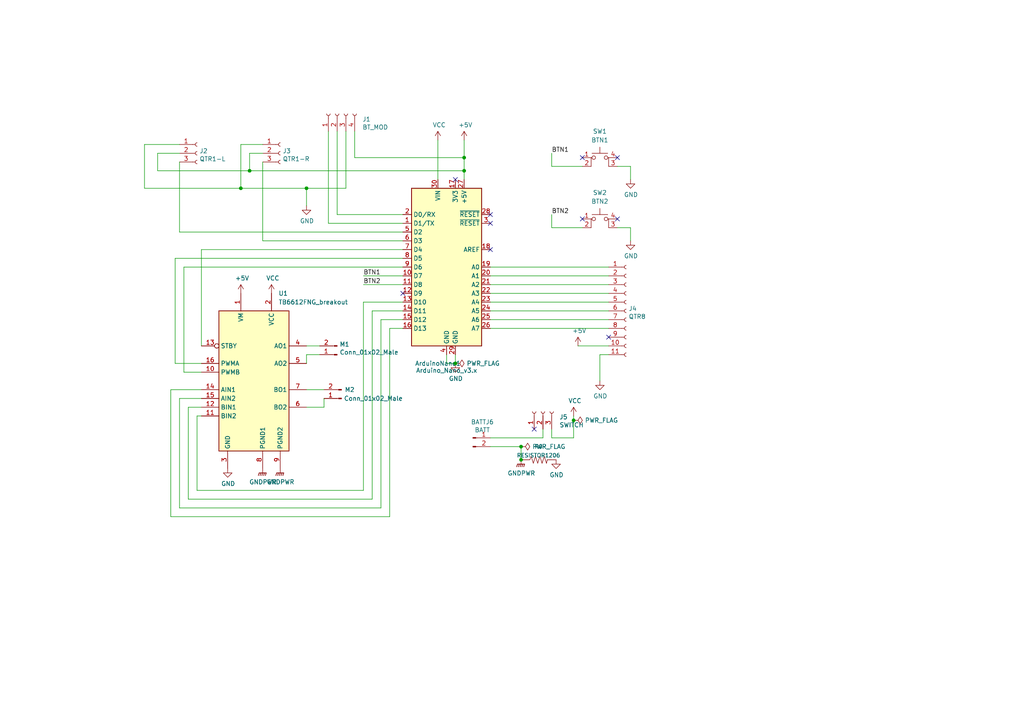
<source format=kicad_sch>
(kicad_sch (version 20211123) (generator eeschema)
  (paper "A4")
  (title_block (title "UsainBot") (date "2022-03-03") (rev "Gonzalo") (company "FabLab U. de Chile"))
  (lib_symbols
    (symbol "Switch:SW_MEC_5E" (pin_names (offset 1.016) hide)
      (property "Reference" "SW" (at 0.635 5.715 0))
      (property "Value" "SW_MEC_5E" (at 0 -3.175 0))
      (symbol "SW_MEC_5E_0_1"
        (circle (center -1.778 2.54) (radius 0.508))
        (polyline (pts (xy -2.286 3.81) (xy 2.286 3.81)))
        (polyline (pts (xy 0 3.81) (xy 0 5.588)))
        (polyline (pts (xy -2.54 0) (xy -2.54 2.54) (xy -2.286 2.54)))
        (polyline (pts (xy 2.54 0) (xy 2.54 2.54) (xy 2.286 2.54)))
        (circle (center 1.778 2.54) (radius 0.508))
        (pin passive line (at -5.08 2.54 0) (length 2.54) (name "1") (number "1"))
        (pin passive line (at -5.08 0 0) (length 2.54) (name "2") (number "2"))
        (pin passive line (at 5.08 0 180) (length 2.54) (name "K") (number "3"))
        (pin passive line (at 5.08 2.54 180) (length 2.54) (name "A") (number "4"))
      )
    )
    (symbol "usainbot2-rescue:+5V-power" (power) (pin_names (offset 0))
      (property "Value" "+5V-power" (at 0 3.556 0))
      (symbol "+5V-power_0_1"
        (polyline (pts (xy -0.762 1.27) (xy 0 2.54)))
        (polyline (pts (xy 0 0) (xy 0 2.54)))
        (polyline (pts (xy 0 2.54) (xy 0.762 1.27)))
      )
      (symbol "+5V-power_1_1"
        (pin power_in line (at 0 0 90) (length 0) hide (name "+5V") (number "1"))
      )
    )
    (symbol "usainbot2-rescue:Arduino_Nano_v3.x-MCU_Module"
      (property "Reference" "A" (at -10.16 23.495 0))
      (property "Value" "Arduino_Nano_v3.x-MCU_Module" (at 5.08 -24.13 0))
      (symbol "Arduino_Nano_v3.x-MCU_Module_0_1"
        (rectangle (start -10.16 22.86) (end 10.16 -22.86) (stroke (width 0.254)) (fill (type background)))
      )
      (symbol "Arduino_Nano_v3.x-MCU_Module_1_1"
        (pin bidirectional line (at -12.7 12.7 0) (length 2.54) (name "D1/TX") (number "1"))
        (pin bidirectional line (at -12.7 -2.54 0) (length 2.54) (name "D7") (number "10"))
        (pin bidirectional line (at -12.7 -5.08 0) (length 2.54) (name "D8") (number "11"))
        (pin bidirectional line (at -12.7 -7.62 0) (length 2.54) (name "D9") (number "12"))
        (pin bidirectional line (at -12.7 -10.16 0) (length 2.54) (name "D10") (number "13"))
        (pin bidirectional line (at -12.7 -12.7 0) (length 2.54) (name "D11") (number "14"))
        (pin bidirectional line (at -12.7 -15.24 0) (length 2.54) (name "D12") (number "15"))
        (pin bidirectional line (at -12.7 -17.78 0) (length 2.54) (name "D13") (number "16"))
        (pin power_out line (at 2.54 25.4 270) (length 2.54) (name "3V3") (number "17"))
        (pin input line (at 12.7 5.08 180) (length 2.54) (name "AREF") (number "18"))
        (pin bidirectional line (at 12.7 0 180) (length 2.54) (name "A0") (number "19"))
        (pin bidirectional line (at -12.7 15.24 0) (length 2.54) (name "D0/RX") (number "2"))
        (pin bidirectional line (at 12.7 -2.54 180) (length 2.54) (name "A1") (number "20"))
        (pin bidirectional line (at 12.7 -5.08 180) (length 2.54) (name "A2") (number "21"))
        (pin bidirectional line (at 12.7 -7.62 180) (length 2.54) (name "A3") (number "22"))
        (pin bidirectional line (at 12.7 -10.16 180) (length 2.54) (name "A4") (number "23"))
        (pin bidirectional line (at 12.7 -12.7 180) (length 2.54) (name "A5") (number "24"))
        (pin bidirectional line (at 12.7 -15.24 180) (length 2.54) (name "A6") (number "25"))
        (pin bidirectional line (at 12.7 -17.78 180) (length 2.54) (name "A7") (number "26"))
        (pin power_out line (at 5.08 25.4 270) (length 2.54) (name "+5V") (number "27"))
        (pin input line (at 12.7 15.24 180) (length 2.54) (name "~{RESET}") (number "28"))
        (pin power_in line (at 2.54 -25.4 90) (length 2.54) (name "GND") (number "29"))
        (pin input line (at 12.7 12.7 180) (length 2.54) (name "~{RESET}") (number "3"))
        (pin power_in line (at -2.54 25.4 270) (length 2.54) (name "VIN") (number "30"))
        (pin power_in line (at 0 -25.4 90) (length 2.54) (name "GND") (number "4"))
        (pin bidirectional line (at -12.7 10.16 0) (length 2.54) (name "D2") (number "5"))
        (pin bidirectional line (at -12.7 7.62 0) (length 2.54) (name "D3") (number "6"))
        (pin bidirectional line (at -12.7 5.08 0) (length 2.54) (name "D4") (number "7"))
        (pin bidirectional line (at -12.7 2.54 0) (length 2.54) (name "D5") (number "8"))
        (pin bidirectional line (at -12.7 0 0) (length 2.54) (name "D6") (number "9"))
      )
    )
    (symbol "usainbot2-rescue:Conn_01x02_Male-Connector" (pin_names (offset 1.016) hide)
      (property "Reference" "J" (at 0 2.54 0))
      (property "Value" "Conn_01x02_Male-Connector" (at 0 -5.08 0))
      (symbol "Conn_01x02_Male-Connector_1_1"
        (polyline (pts (xy 1.27 -2.54) (xy 0.8636 -2.54)) (stroke (width 0.1524)))
        (polyline (pts (xy 1.27 0) (xy 0.8636 0)) (stroke (width 0.1524)))
        (rectangle (start 0.8636 -2.413) (end 0 -2.667) (stroke (width 0.1524)) (fill (type outline)))
        (rectangle (start 0.8636 0.127) (end 0 -0.127) (stroke (width 0.1524)) (fill (type outline)))
        (pin passive line (at 5.08 0 180) (length 3.81) (name "Pin_1") (number "1"))
        (pin passive line (at 5.08 -2.54 180) (length 3.81) (name "Pin_2") (number "2"))
      )
    )
    (symbol "usainbot2-rescue:Conn_01x03_Female-Connector" (pin_names (offset 1.016) hide)
      (property "Reference" "J" (at 0 5.08 0))
      (property "Value" "Conn_01x03_Female-Connector" (at 0 -5.08 0))
      (symbol "Conn_01x03_Female-Connector_1_1"
        (arc (start 0 -2.032) (mid -0.508 -2.54) (end 0 -3.048) (stroke (width 0.1524)))
        (polyline (pts (xy -1.27 -2.54) (xy -0.508 -2.54)) (stroke (width 0.1524)))
        (polyline (pts (xy -1.27 0) (xy -0.508 0)) (stroke (width 0.1524)))
        (polyline (pts (xy -1.27 2.54) (xy -0.508 2.54)) (stroke (width 0.1524)))
        (arc (start 0 0.508) (mid -0.508 0) (end 0 -0.508) (stroke (width 0.1524)))
        (arc (start 0 3.048) (mid -0.508 2.54) (end 0 2.032) (stroke (width 0.1524)))
        (pin passive line (at -5.08 2.54 0) (length 3.81) (name "Pin_1") (number "1"))
        (pin passive line (at -5.08 0 0) (length 3.81) (name "Pin_2") (number "2"))
        (pin passive line (at -5.08 -2.54 0) (length 3.81) (name "Pin_3") (number "3"))
      )
    )
    (symbol "usainbot2-rescue:Conn_01x04_Female-Connector" (pin_names (offset 1.016) hide)
      (property "Reference" "J" (at 0 5.08 0))
      (property "Value" "Conn_01x04_Female-Connector" (at 0 -7.62 0))
      (symbol "Conn_01x04_Female-Connector_1_1"
        (arc (start 0 -4.572) (mid -0.508 -5.08) (end 0 -5.588) (stroke (width 0.1524)))
        (arc (start 0 -2.032) (mid -0.508 -2.54) (end 0 -3.048) (stroke (width 0.1524)))
        (polyline (pts (xy -1.27 -5.08) (xy -0.508 -5.08)) (stroke (width 0.1524)))
        (polyline (pts (xy -1.27 -2.54) (xy -0.508 -2.54)) (stroke (width 0.1524)))
        (polyline (pts (xy -1.27 0) (xy -0.508 0)) (stroke (width 0.1524)))
        (polyline (pts (xy -1.27 2.54) (xy -0.508 2.54)) (stroke (width 0.1524)))
        (arc (start 0 0.508) (mid -0.508 0) (end 0 -0.508) (stroke (width 0.1524)))
        (arc (start 0 3.048) (mid -0.508 2.54) (end 0 2.032) (stroke (width 0.1524)))
        (pin passive line (at -5.08 2.54 0) (length 3.81) (name "Pin_1") (number "1"))
        (pin passive line (at -5.08 0 0) (length 3.81) (name "Pin_2") (number "2"))
        (pin passive line (at -5.08 -2.54 0) (length 3.81) (name "Pin_3") (number "3"))
        (pin passive line (at -5.08 -5.08 0) (length 3.81) (name "Pin_4") (number "4"))
      )
    )
    (symbol "usainbot2-rescue:Conn_01x11_Female-Connector" (pin_names (offset 1.016) hide)
      (property "Reference" "J" (at 0 15.24 0))
      (property "Value" "Conn_01x11_Female-Connector" (at 0 -15.24 0))
      (symbol "Conn_01x11_Female-Connector_1_1"
        (arc (start 0 -12.192) (mid -0.508 -12.7) (end 0 -13.208) (stroke (width 0.1524)))
        (arc (start 0 -9.652) (mid -0.508 -10.16) (end 0 -10.668) (stroke (width 0.1524)))
        (arc (start 0 -7.112) (mid -0.508 -7.62) (end 0 -8.128) (stroke (width 0.1524)))
        (arc (start 0 -4.572) (mid -0.508 -5.08) (end 0 -5.588) (stroke (width 0.1524)))
        (arc (start 0 -2.032) (mid -0.508 -2.54) (end 0 -3.048) (stroke (width 0.1524)))
        (polyline (pts (xy -1.27 -12.7) (xy -0.508 -12.7)) (stroke (width 0.1524)))
        (polyline (pts (xy -1.27 -10.16) (xy -0.508 -10.16)) (stroke (width 0.1524)))
        (polyline (pts (xy -1.27 -7.62) (xy -0.508 -7.62)) (stroke (width 0.1524)))
        (polyline (pts (xy -1.27 -5.08) (xy -0.508 -5.08)) (stroke (width 0.1524)))
        (polyline (pts (xy -1.27 -2.54) (xy -0.508 -2.54)) (stroke (width 0.1524)))
        (polyline (pts (xy -1.27 0) (xy -0.508 0)) (stroke (width 0.1524)))
        (polyline (pts (xy -1.27 2.54) (xy -0.508 2.54)) (stroke (width 0.1524)))
        (polyline (pts (xy -1.27 5.08) (xy -0.508 5.08)) (stroke (width 0.1524)))
        (polyline (pts (xy -1.27 7.62) (xy -0.508 7.62)) (stroke (width 0.1524)))
        (polyline (pts (xy -1.27 10.16) (xy -0.508 10.16)) (stroke (width 0.1524)))
        (polyline (pts (xy -1.27 12.7) (xy -0.508 12.7)) (stroke (width 0.1524)))
        (arc (start 0 0.508) (mid -0.508 0) (end 0 -0.508) (stroke (width 0.1524)))
        (arc (start 0 3.048) (mid -0.508 2.54) (end 0 2.032) (stroke (width 0.1524)))
        (arc (start 0 5.588) (mid -0.508 5.08) (end 0 4.572) (stroke (width 0.1524)))
        (arc (start 0 8.128) (mid -0.508 7.62) (end 0 7.112) (stroke (width 0.1524)))
        (arc (start 0 10.668) (mid -0.508 10.16) (end 0 9.652) (stroke (width 0.1524)))
        (arc (start 0 13.208) (mid -0.508 12.7) (end 0 12.192) (stroke (width 0.1524)))
        (pin passive line (at -5.08 12.7 0) (length 3.81) (name "Pin_1") (number "1"))
        (pin passive line (at -5.08 -10.16 0) (length 3.81) (name "Pin_10") (number "10"))
        (pin passive line (at -5.08 -12.7 0) (length 3.81) (name "Pin_11") (number "11"))
        (pin passive line (at -5.08 10.16 0) (length 3.81) (name "Pin_2") (number "2"))
        (pin passive line (at -5.08 7.62 0) (length 3.81) (name "Pin_3") (number "3"))
        (pin passive line (at -5.08 5.08 0) (length 3.81) (name "Pin_4") (number "4"))
        (pin passive line (at -5.08 2.54 0) (length 3.81) (name "Pin_5") (number "5"))
        (pin passive line (at -5.08 0 0) (length 3.81) (name "Pin_6") (number "6"))
        (pin passive line (at -5.08 -2.54 0) (length 3.81) (name "Pin_7") (number "7"))
        (pin passive line (at -5.08 -5.08 0) (length 3.81) (name "Pin_8") (number "8"))
        (pin passive line (at -5.08 -7.62 0) (length 3.81) (name "Pin_9") (number "9"))
      )
    )
    (symbol "usainbot2-rescue:GND-power" (power) (pin_names (offset 0))
      (property "Value" "GND-power" (at 0 -3.81 0))
      (symbol "GND-power_0_1"
        (polyline (pts (xy 0 0) (xy 0 -1.27) (xy 1.27 -1.27) (xy 0 -2.54) (xy -1.27 -1.27) (xy 0 -1.27)))
      )
      (symbol "GND-power_1_1"
        (pin power_in line (at 0 0 270) (length 0) hide (name "GND") (number "1"))
      )
    )
    (symbol "usainbot2-rescue:GNDPWR-power" (power) (pin_names (offset 0))
      (property "Value" "GNDPWR-power" (at 0 -3.302 0))
      (symbol "GNDPWR-power_0_1"
        (polyline (pts (xy 0 -1.27) (xy 0 0)))
        (polyline (pts (xy -1.016 -1.27) (xy -1.27 -2.032) (xy -1.27 -2.032)) (stroke (width 0.2032)))
        (polyline (pts (xy -0.508 -1.27) (xy -0.762 -2.032) (xy -0.762 -2.032)) (stroke (width 0.2032)))
        (polyline (pts (xy 0 -1.27) (xy -0.254 -2.032) (xy -0.254 -2.032)) (stroke (width 0.2032)))
        (polyline (pts (xy 0.508 -1.27) (xy 0.254 -2.032) (xy 0.254 -2.032)) (stroke (width 0.2032)))
        (polyline (pts (xy 1.016 -1.27) (xy -1.016 -1.27) (xy -1.016 -1.27)) (stroke (width 0.2032)))
        (polyline (pts (xy 1.016 -1.27) (xy 0.762 -2.032) (xy 0.762 -2.032) (xy 0.762 -2.032)) (stroke (width 0.2032)))
      )
      (symbol "GNDPWR-power_1_1"
        (pin power_in line (at 0 0 270) (length 0) hide (name "GNDPWR") (number "1"))
      )
    )
    (symbol "usainbot2-rescue:PWR_FLAG-power" (power) (pin_numbers hide) (pin_names (offset 0) hide)
      (property "Value" "PWR_FLAG-power" (at 0 3.81 0))
      (symbol "PWR_FLAG-power_0_0"
        (pin power_out line (at 0 0 90) (length 0) (name "pwr") (number "1"))
      )
      (symbol "PWR_FLAG-power_0_1"
        (polyline (pts (xy 0 0) (xy 0 1.27) (xy -1.016 1.905) (xy 0 2.54) (xy 1.016 1.905) (xy 0 1.27)))
      )
    )
    (symbol "usainbot2-rescue:RESISTOR1206-SparkFun-Resistors" (pin_numbers hide) (pin_names (offset 1.016) hide)
      (property "Reference" "R" (at -5.08 1.27 0))
      (property "Value" "RESISTOR1206-SparkFun-Resistors" (at -5.08 -3.81 0))
      (property "Field4" " " (at 0 5.08 0))
      (symbol "RESISTOR1206-SparkFun-Resistors_1_0"
        (polyline (pts (xy -2.54 0) (xy -2.159 1.016)))
        (polyline (pts (xy -2.159 1.016) (xy -1.524 -1.016)))
        (polyline (pts (xy -1.524 -1.016) (xy -0.889 1.016)))
        (polyline (pts (xy -0.889 1.016) (xy -0.254 -1.016)))
        (polyline (pts (xy -0.254 -1.016) (xy 0.381 1.016)))
        (polyline (pts (xy 0.381 1.016) (xy 1.016 -1.016)))
        (polyline (pts (xy 1.016 -1.016) (xy 1.651 1.016)))
        (polyline (pts (xy 1.651 1.016) (xy 2.286 -1.016)))
        (polyline (pts (xy 2.286 -1.016) (xy 2.54 0)))
      )
      (symbol "RESISTOR1206-SparkFun-Resistors_1_1"
        (pin passive line (at -5.08 0 0) (length 2.54) (name "1") (number "1"))
        (pin passive line (at 5.08 0 180) (length 2.54) (name "2") (number "2"))
      )
    )
    (symbol "usainbot2-rescue:VCC-power" (power) (pin_names (offset 0))
      (property "Value" "VCC-power" (at 0 3.81 0))
      (symbol "VCC-power_0_1"
        (polyline (pts (xy -0.762 1.27) (xy 0 2.54)))
        (polyline (pts (xy 0 0) (xy 0 2.54)))
        (polyline (pts (xy 0 2.54) (xy 0.762 1.27)))
      )
      (symbol "VCC-power_1_1"
        (pin power_in line (at 0 0 90) (length 0) hide (name "VCC") (number "1"))
      )
    )
    (symbol "usainbot:TB6612FNG_breakout"
      (property "Reference" "U" (at 3.81 40.64 0))
      (property "Value" "TB6612FNG_breakout" (at -1.27 -38.1 0))
      (symbol "TB6612FNG_breakout_0_1"
        (rectangle (start -10.16 21.59) (end 10.16 -19.05) (stroke (width 0.254)) (fill (type background)))
      )
      (symbol "TB6612FNG_breakout_1_1"
        (pin power_in line (at -3.81 26.67 270) (length 5.08) (name "VM") (number "1"))
        (pin input line (at -15.24 3.81 0) (length 5.08) (name "PWMB") (number "10"))
        (pin input line (at -15.24 -8.89 0) (length 5.08) (name "BIN2") (number "11"))
        (pin input line (at -15.24 -6.35 0) (length 5.08) (name "BIN1") (number "12"))
        (pin input inverted (at -15.24 11.43 0) (length 5.08) (name "STBY") (number "13"))
        (pin input line (at -15.24 -1.27 0) (length 5.08) (name "AIN1") (number "14"))
        (pin input line (at -15.24 -3.81 0) (length 5.08) (name "AIN2") (number "15"))
        (pin input line (at -15.24 6.35 0) (length 5.08) (name "PWMA") (number "16"))
        (pin power_in line (at 5.08 26.67 270) (length 5.08) (name "VCC") (number "2"))
        (pin power_in line (at -7.62 -24.13 90) (length 5.08) (name "GND") (number "3"))
        (pin output line (at 15.24 11.43 180) (length 5.08) (name "AO1") (number "4"))
        (pin output line (at 15.24 6.35 180) (length 5.08) (name "AO2") (number "5"))
        (pin output line (at 15.24 -6.35 180) (length 5.08) (name "BO2") (number "6"))
        (pin output line (at 15.24 -1.27 180) (length 5.08) (name "BO1") (number "7"))
        (pin power_in line (at 2.54 -24.13 90) (length 5.08) (name "PGND1") (number "8"))
        (pin power_in line (at 7.62 -24.13 90) (length 5.08) (name "PGND2") (number "9"))
      )
    )
  )
  (junction (at 134.62 49.53))
  (junction (at 151.13 133.35))
  (junction (at 88.9 54.61))
  (junction (at 134.62 45.72))
  (junction (at 72.39 49.53))
  (junction (at 151.13 129.54))
  (junction (at 166.37 121.92))
  (junction (at 132.08 105.41))
  (junction (at 69.85 54.61))
  (no_connect (at 142.24 72.39))
  (no_connect (at 176.53 97.79))
  (no_connect (at 116.84 85.09))
  (no_connect (at 179.07 63.5))
  (no_connect (at 168.91 63.5))
  (no_connect (at 179.07 45.72))
  (no_connect (at 168.91 45.72))
  (no_connect (at 142.24 62.23))
  (no_connect (at 142.24 64.77))
  (no_connect (at 154.94 124.46))
  (no_connect (at 132.08 52.07))
  (wire (pts (xy 142.24 95.25) (xy 176.53 95.25)))
  (wire (pts (xy 100.33 38.1) (xy 100.33 54.61)))
  (wire (pts (xy 50.8 74.93) (xy 116.84 74.93)))
  (wire (pts (xy 142.24 82.55) (xy 176.53 82.55)))
  (wire (pts (xy 179.07 66.04) (xy 182.88 66.04)))
  (wire (pts (xy 168.91 66.04) (xy 160.02 66.04)))
  (wire (pts (xy 49.53 149.86) (xy 113.03 149.86)))
  (wire (pts (xy 45.72 44.45) (xy 45.72 49.53)))
  (wire (pts (xy 93.98 113.03) (xy 88.9 113.03)))
  (wire (pts (xy 52.07 115.57) (xy 58.42 115.57)))
  (wire (pts (xy 57.15 142.24) (xy 105.41 142.24)))
  (wire (pts (xy 132.08 105.41) (xy 129.54 105.41)))
  (wire (pts (xy 69.85 54.61) (xy 88.9 54.61)))
  (wire (pts (xy 142.24 92.71) (xy 176.53 92.71)))
  (wire (pts (xy 52.07 41.91) (xy 41.91 41.91)))
  (wire (pts (xy 76.2 46.99) (xy 76.2 69.85)))
  (wire (pts (xy 134.62 49.53) (xy 134.62 52.07)))
  (wire (pts (xy 105.41 87.63) (xy 116.84 87.63)))
  (wire (pts (xy 41.91 41.91) (xy 41.91 54.61)))
  (wire (pts (xy 76.2 44.45) (xy 72.39 44.45)))
  (wire (pts (xy 129.54 105.41) (xy 129.54 102.87)))
  (wire (pts (xy 69.85 41.91) (xy 69.85 54.61)))
  (wire (pts (xy 142.24 85.09) (xy 176.53 85.09)))
  (wire (pts (xy 72.39 49.53) (xy 134.62 49.53)))
  (wire (pts (xy 50.8 105.41) (xy 58.42 105.41)))
  (wire (pts (xy 52.07 67.31) (xy 116.84 67.31)))
  (wire (pts (xy 105.41 142.24) (xy 105.41 87.63)))
  (wire (pts (xy 142.24 77.47) (xy 176.53 77.47)))
  (wire (pts (xy 166.37 121.92) (xy 166.37 127)))
  (wire (pts (xy 157.48 124.46) (xy 157.48 127)))
  (wire (pts (xy 160.02 124.46) (xy 160.02 127)))
  (wire (pts (xy 166.37 120.65) (xy 166.37 121.92)))
  (wire (pts (xy 95.25 64.77) (xy 116.84 64.77)))
  (wire (pts (xy 182.88 48.26) (xy 182.88 52.07)))
  (wire (pts (xy 88.9 54.61) (xy 88.9 59.69)))
  (wire (pts (xy 116.84 82.55) (xy 105.41 82.55)))
  (wire (pts (xy 110.49 92.71) (xy 110.49 147.32)))
  (wire (pts (xy 58.42 100.33) (xy 58.42 72.39)))
  (wire (pts (xy 179.07 48.26) (xy 182.88 48.26)))
  (wire (pts (xy 173.99 102.87) (xy 173.99 110.49)))
  (wire (pts (xy 134.62 40.64) (xy 134.62 45.72)))
  (wire (pts (xy 97.79 62.23) (xy 116.84 62.23)))
  (wire (pts (xy 58.42 113.03) (xy 49.53 113.03)))
  (wire (pts (xy 41.91 54.61) (xy 69.85 54.61)))
  (wire (pts (xy 52.07 147.32) (xy 52.07 115.57)))
  (wire (pts (xy 54.61 144.78) (xy 107.95 144.78)))
  (wire (pts (xy 95.25 38.1) (xy 95.25 64.77)))
  (wire (pts (xy 52.07 44.45) (xy 45.72 44.45)))
  (wire (pts (xy 53.34 107.95) (xy 58.42 107.95)))
  (wire (pts (xy 72.39 44.45) (xy 72.39 49.53)))
  (wire (pts (xy 142.24 80.01) (xy 176.53 80.01)))
  (wire (pts (xy 88.9 118.11) (xy 93.98 118.11)))
  (wire (pts (xy 92.71 102.87) (xy 88.9 102.87)))
  (wire (pts (xy 160.02 66.04) (xy 160.02 62.23)))
  (wire (pts (xy 102.87 45.72) (xy 134.62 45.72)))
  (wire (pts (xy 53.34 77.47) (xy 116.84 77.47)))
  (wire (pts (xy 76.2 41.91) (xy 69.85 41.91)))
  (wire (pts (xy 58.42 72.39) (xy 116.84 72.39)))
  (wire (pts (xy 45.72 49.53) (xy 72.39 49.53)))
  (wire (pts (xy 151.13 129.54) (xy 151.13 133.35)))
  (wire (pts (xy 134.62 45.72) (xy 134.62 49.53)))
  (wire (pts (xy 142.24 127) (xy 157.48 127)))
  (wire (pts (xy 113.03 149.86) (xy 113.03 95.25)))
  (wire (pts (xy 116.84 80.01) (xy 105.41 80.01)))
  (wire (pts (xy 182.88 66.04) (xy 182.88 69.85)))
  (wire (pts (xy 76.2 69.85) (xy 116.84 69.85)))
  (wire (pts (xy 160.02 48.26) (xy 160.02 44.45)))
  (wire (pts (xy 58.42 120.65) (xy 57.15 120.65)))
  (wire (pts (xy 50.8 74.93) (xy 50.8 105.41)))
  (wire (pts (xy 49.53 113.03) (xy 49.53 149.86)))
  (wire (pts (xy 113.03 95.25) (xy 116.84 95.25)))
  (wire (pts (xy 110.49 147.32) (xy 52.07 147.32)))
  (wire (pts (xy 176.53 100.33) (xy 167.64 100.33)))
  (wire (pts (xy 102.87 38.1) (xy 102.87 45.72)))
  (wire (pts (xy 176.53 102.87) (xy 173.99 102.87)))
  (wire (pts (xy 127 40.64) (xy 127 52.07)))
  (wire (pts (xy 52.07 46.99) (xy 52.07 67.31)))
  (wire (pts (xy 168.91 48.26) (xy 160.02 48.26)))
  (wire (pts (xy 53.34 77.47) (xy 53.34 107.95)))
  (wire (pts (xy 142.24 87.63) (xy 176.53 87.63)))
  (wire (pts (xy 107.95 90.17) (xy 116.84 90.17)))
  (wire (pts (xy 100.33 54.61) (xy 88.9 54.61)))
  (wire (pts (xy 142.24 129.54) (xy 151.13 129.54)))
  (wire (pts (xy 88.9 100.33) (xy 92.71 100.33)))
  (wire (pts (xy 58.42 118.11) (xy 54.61 118.11)))
  (wire (pts (xy 88.9 102.87) (xy 88.9 105.41)))
  (wire (pts (xy 160.02 127) (xy 166.37 127)))
  (wire (pts (xy 54.61 118.11) (xy 54.61 144.78)))
  (wire (pts (xy 93.98 118.11) (xy 93.98 115.57)))
  (wire (pts (xy 107.95 144.78) (xy 107.95 90.17)))
  (wire (pts (xy 97.79 38.1) (xy 97.79 62.23)))
  (wire (pts (xy 57.15 120.65) (xy 57.15 142.24)))
  (wire (pts (xy 142.24 90.17) (xy 176.53 90.17)))
  (wire (pts (xy 116.84 92.71) (xy 110.49 92.71)))
  (wire (pts (xy 132.08 102.87) (xy 132.08 105.41)))
  (label "BTN1" (at 160.02 44.45 0))
  (label "BTN1" (at 105.41 80.01 0))
  (label "BTN2" (at 105.41 82.55 0))
  (label "BTN2" (at 160.02 62.23 0))
  (symbol (lib_id "usainbot2-rescue:Arduino_Nano_v3.x-MCU_Module") (at 129.54 77.47 0) (unit 1)
    (property "Reference" "ArduinoNano1" (at 127 105.41 0))
    (property "Value" "Arduino_Nano_v3.x" (at 129.54 107.442 0))
    (property "Footprint" "Module:Arduino_Nano" (effects hide))
    (property "Datasheet" "http://www.mouser.com/pdfdocs/Gravitech_Arduino_Nano3_0.pdf" (effects hide))
  )
  (symbol (lib_id "usainbot2-rescue:GND-power") (at 132.08 105.41 0) (unit 1)
    (property "Reference" "#PWR0101" (effects hide))
    (property "Value" "GND" (at 132.207 109.8042 0))
  )
  (symbol (lib_id "usainbot2-rescue:GND-power") (at 88.9 59.69 0) (unit 1)
    (property "Reference" "#PWR0102" (effects hide))
    (property "Value" "GND" (at 89.027 64.0842 0))
  )
  (symbol (lib_id "usainbot2-rescue:Conn_01x11_Female-Connector") (at 181.61 90.17 0) (unit 1)
    (property "Reference" "J4" (at 182.3212 89.5096 0) (effects (justify left)))
    (property "Value" "QTR8" (at 182.3212 91.821 0) (effects (justify left)))
    (property "Footprint" "Connector_PinSocket_2.54mm:PinSocket_1x11_P2.54mm_Horizontal" (effects hide))
  )
  (symbol (lib_id "usainbot2-rescue:Conn_01x03_Female-Connector") (at 57.15 44.45 0) (unit 1)
    (property "Reference" "J2" (at 57.8612 43.7896 0) (effects (justify left)))
    (property "Value" "QTR1-L" (at 57.8612 46.101 0) (effects (justify left)))
    (property "Footprint" "Connector_PinHeader_2.54mm:PinHeader_1x03_P2.54mm_Vertical" (effects hide))
  )
  (symbol (lib_id "usainbot2-rescue:Conn_01x03_Female-Connector") (at 81.28 44.45 0) (unit 1)
    (property "Reference" "J3" (at 81.9912 43.7896 0) (effects (justify left)))
    (property "Value" "QTR1-R" (at 81.9912 46.101 0) (effects (justify left)))
    (property "Footprint" "Connector_PinHeader_2.54mm:PinHeader_1x03_P2.54mm_Vertical" (effects hide))
  )
  (symbol (lib_id "usainbot2-rescue:VCC-power") (at 127 40.64 0) (unit 1)
    (property "Reference" "#PWR0103" (effects hide))
    (property "Value" "VCC" (at 127.381 36.2458 0))
  )
  (symbol (lib_id "usainbot2-rescue:GND-power") (at 66.04 135.89 0) (unit 1)
    (property "Reference" "#PWR0104" (effects hide))
    (property "Value" "GND" (at 66.167 140.2842 0))
  )
  (symbol (lib_id "usainbot2-rescue:+5V-power") (at 134.62 40.64 0) (unit 1)
    (property "Reference" "#PWR0106" (effects hide))
    (property "Value" "+5V" (at 135.001 36.2458 0))
  )
  (symbol (lib_id "usainbot2-rescue:+5V-power") (at 69.85 85.09 0) (unit 1)
    (property "Reference" "#PWR0107" (effects hide))
    (property "Value" "+5V" (at 70.231 80.6958 0))
  )
  (symbol (lib_id "usainbot2-rescue:GNDPWR-power") (at 76.2 135.89 0) (unit 1)
    (property "Reference" "#PWR0110" (effects hide))
    (property "Value" "GNDPWR" (at 76.3016 139.8016 0))
  )
  (symbol (lib_id "usainbot2-rescue:GNDPWR-power") (at 81.28 135.89 0) (unit 1)
    (property "Reference" "#PWR0111" (effects hide))
    (property "Value" "GNDPWR" (at 81.3816 139.8016 0))
  )
  (symbol (lib_id "usainbot2-rescue:+5V-power") (at 167.64 100.33 0) (unit 1)
    (property "Reference" "#PWR0108" (effects hide))
    (property "Value" "+5V" (at 168.021 95.9358 0))
  )
  (symbol (lib_id "usainbot2-rescue:GND-power") (at 173.99 110.49 0) (unit 1)
    (property "Reference" "#PWR0109" (effects hide))
    (property "Value" "GND" (at 174.117 114.8842 0))
  )
  (symbol (lib_id "usainbot2-rescue:VCC-power") (at 78.74 85.09 0) (unit 1)
    (property "Reference" "#PWR0112" (effects hide))
    (property "Value" "VCC" (at 79.121 80.6958 0))
  )
  (symbol (lib_id "usainbot2-rescue:GND-power") (at 182.88 52.07 0) (unit 1)
    (property "Reference" "#PWR0114" (effects hide))
    (property "Value" "GND" (at 183.007 56.4642 0))
  )
  (symbol (lib_id "usainbot2-rescue:GND-power") (at 182.88 69.85 0) (unit 1)
    (property "Reference" "#PWR0115" (effects hide))
    (property "Value" "GND" (at 183.007 74.2442 0))
  )
  (symbol (lib_id "usainbot2-rescue:Conn_01x02_Male-Connector") (at 97.79 102.87 180) (unit 1)
    (property "Reference" "M1" (at 98.5012 99.8728 0) (effects (justify right)))
    (property "Value" "Conn_01x02_Male" (at 98.5012 102.1842 0) (effects (justify right)))
    (property "Footprint" "Connector_PinHeader_2.54mm:PinHeader_1x02_P2.54mm_Horizontal" (effects hide))
  )
  (symbol (lib_id "usainbot2-rescue:Conn_01x02_Male-Connector") (at 99.06 115.57 180) (unit 1)
    (property "Reference" "M2" (at 102.87 113.03 0) (effects (justify left)))
    (property "Value" "Conn_01x02_Male" (at 116.84 115.57 0) (effects (justify left)))
    (property "Footprint" "Connector_PinHeader_2.54mm:PinHeader_1x02_P2.54mm_Horizontal" (effects hide))
  )
  (symbol (lib_id "usainbot2-rescue:Conn_01x02_Male-Connector") (at 137.16 127 0) (unit 1)
    (property "Reference" "BATTJ6" (at 139.9032 122.4026 0))
    (property "Value" "BATT" (at 139.9032 124.714 0))
    (property "Footprint" "Connector_PinHeader_2.54mm:PinHeader_1x02_P2.54mm_Horizontal" (effects hide))
  )
  (symbol (lib_id "usainbot2-rescue:VCC-power") (at 166.37 120.65 0) (unit 1)
    (property "Reference" "#PWR03" (effects hide))
    (property "Value" "VCC" (at 166.751 116.2558 0))
  )
  (symbol (lib_id "usainbot2-rescue:RESISTOR1206-SparkFun-Resistors") (at 156.21 133.35 0) (unit 1)
    (property "Reference" "R0" (at 156.21 129.54 0) (effects (font (size 1.143 1.143))))
    (property "Value" "RESISTOR1206" (at 156.21 132.08 0) (effects (font (size 1.143 1.143))))
    (property "Footprint" "Resistor_SMD:R_1206_3216Metric" (effects hide))
    (property "Field4" " " (at 156.21 130.2766 0) (effects (font (size 1.524 1.524))))
  )
  (symbol (lib_id "usainbot2-rescue:GND-power") (at 161.29 133.35 0) (unit 1)
    (property "Reference" "#PWR02" (effects hide))
    (property "Value" "GND" (at 161.417 137.7442 0))
  )
  (symbol (lib_id "usainbot2-rescue:GNDPWR-power") (at 151.13 133.35 0) (unit 1)
    (property "Reference" "#PWR01" (effects hide))
    (property "Value" "GNDPWR" (at 151.2316 137.2616 0))
  )
  (symbol (lib_id "usainbot2-rescue:PWR_FLAG-power") (at 166.37 121.92 270) (unit 1)
    (property "Reference" "#FLG0101" (effects hide))
    (property "Value" "PWR_FLAG" (at 169.6212 121.92 90) (effects (justify left)))
  )
  (symbol (lib_id "usainbot2-rescue:PWR_FLAG-power") (at 151.13 129.54 270) (unit 1)
    (property "Reference" "#FLG0102" (effects hide))
    (property "Value" "PWR_FLAG" (at 154.3812 129.54 90) (effects (justify left)))
  )
  (symbol (lib_id "usainbot2-rescue:PWR_FLAG-power") (at 132.08 105.41 270) (unit 1)
    (property "Reference" "#FLG0103" (effects hide))
    (property "Value" "PWR_FLAG" (at 135.3312 105.41 90) (effects (justify left)))
  )
  (symbol (lib_id "usainbot2-rescue:Conn_01x03_Female-Connector") (at 157.48 119.38 90) (unit 1)
    (property "Reference" "J5" (at 162.2552 120.9548 90) (effects (justify right)))
    (property "Value" "SWITCH" (at 162.2552 123.2662 90) (effects (justify right)))
    (property "Footprint" "Connector_PinHeader_2.54mm:PinHeader_1x03_P2.54mm_Vertical" (effects hide))
  )
  (symbol (lib_id "usainbot2-rescue:Conn_01x04_Female-Connector") (at 97.79 33.02 90) (unit 1)
    (property "Reference" "J1" (at 105.1052 34.5948 90) (effects (justify right)))
    (property "Value" "BT_MOD" (at 105.1052 36.9062 90) (effects (justify right)))
    (property "Footprint" "Connector_PinHeader_2.54mm:PinHeader_1x04_P2.54mm_Vertical" (effects hide))
  )
  (symbol (lib_id "Switch:SW_MEC_5E") (at 173.99 48.26 0) (unit 1)
    (property "Reference" "SW1" (at 173.99 38.1 0))
    (property "Value" "BTN1" (at 173.99 40.64 0))
    (property "Footprint" "Button_Switch_THT:SW_PUSH_6mm" (effects hide))
    (property "Datasheet" "http://www.apem.com/int/index.php?controller=attachment&id_attachment=1371" (effects hide))
  )
  (symbol (lib_id "usainbot:TB6612FNG_breakout") (at 73.66 111.76 0) (unit 1)
    (property "Reference" "U1" (at 80.7594 85.09 0) (effects (justify left)))
    (property "Value" "TB6612FNG_breakout" (at 80.7594 87.63 0) (effects (justify left)))
    (property "Footprint" "usainbot:TB6612FNG Breakout" (effects hide))
  )
  (symbol (lib_id "Switch:SW_MEC_5E") (at 173.99 66.04 0) (unit 1)
    (property "Reference" "SW2" (at 173.99 55.88 0))
    (property "Value" "BTN2" (at 173.99 58.42 0))
    (property "Footprint" "Button_Switch_THT:SW_PUSH_6mm" (effects hide))
    (property "Datasheet" "http://www.apem.com/int/index.php?controller=attachment&id_attachment=1371" (effects hide))
  )
)
</source>
